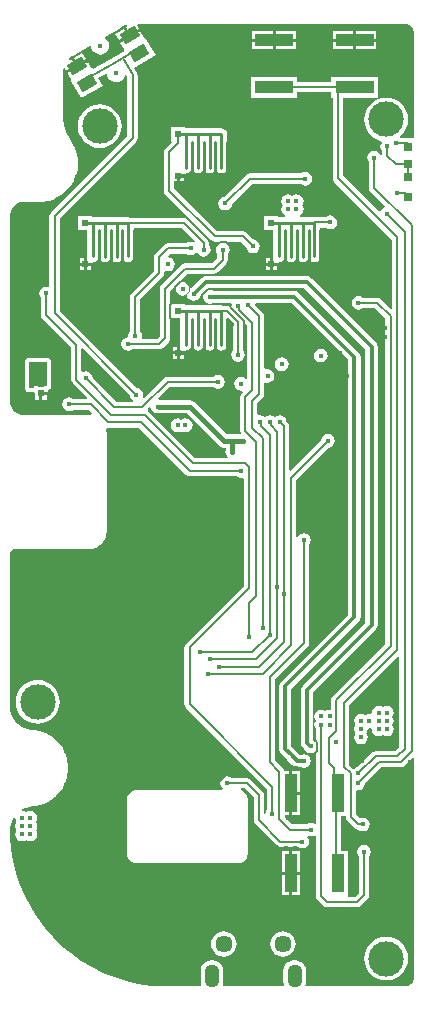
<source format=gbl>
%FSTAX23Y23*%
%MOIN*%
%SFA1B1*%

%IPPOS*%
%AMD24*
4,1,4,-0.014800,-0.031300,0.034500,-0.002800,0.014800,0.031300,-0.034500,0.002800,-0.014800,-0.031300,0.0*
%
%AMD107*
4,1,8,-0.023600,0.017600,-0.023600,-0.017600,-0.003800,-0.037400,0.003800,-0.037400,0.023600,-0.017600,0.023600,0.017600,0.003800,0.037400,-0.003800,0.037400,-0.023600,0.017600,0.0*
1,1,0.039600,-0.003800,0.017600*
1,1,0.039600,-0.003800,-0.017600*
1,1,0.039600,0.003800,-0.017600*
1,1,0.039600,0.003800,0.017600*
%
%ADD10C,0.009800*%
%ADD11C,0.003900*%
%ADD12C,0.007900*%
%ADD14C,0.005900*%
G04~CAMADD=24~9~0.0~0.0~571.0~394.0~0.0~0.0~0~0.0~0.0~0.0~0.0~0~0.0~0.0~0.0~0.0~0~0.0~0.0~0.0~210.0~690.0~625.0*
%ADD24D24*%
%ADD34R,0.021300X0.022800*%
%ADD87C,0.017700*%
%ADD90C,0.015700*%
%ADD91C,0.005100*%
%ADD93C,0.006700*%
%ADD94C,0.011800*%
%ADD106C,0.057100*%
G04~CAMADD=107~8~0.0~0.0~748.0~472.0~198.0~0.0~15~0.0~0.0~0.0~0.0~0~0.0~0.0~0.0~0.0~0~0.0~0.0~0.0~90.0~472.0~748.0*
%ADD107D107*%
%ADD108C,0.118100*%
%ADD109C,0.015700*%
%ADD110R,0.019700X0.019700*%
%ADD111R,0.039400X0.126000*%
%ADD112R,0.126000X0.039400*%
%ADD113R,0.031500X0.031500*%
%LNleft_board-1*%
%LPD*%
G36*
X03487Y04524D02*
X0349Y04524D01*
X03495Y04522*
X035Y0452*
X03504Y04517*
X03508Y04513*
X03511Y04509*
X03513Y04504*
X03514Y04499*
X03515Y04496*
Y04143*
X0347*
X03469Y04144*
X03469Y04149*
X03474Y04153*
X03483Y04164*
X0349Y04177*
X03494Y04191*
X03496Y04205*
X03494Y04219*
X0349Y04233*
X03483Y04246*
X03474Y04257*
X03463Y04266*
X0345Y04273*
X03437Y04277*
X03422Y04278*
X03408Y04277*
X03394Y04273*
X03382Y04266*
X03371Y04257*
X03362Y04246*
X03355Y04233*
X03351Y04219*
X03349Y04205*
X03351Y04191*
X03355Y04177*
X03362Y04164*
X03371Y04153*
X03382Y04144*
X03394Y04137*
X03406Y04134*
X03408Y04129*
X03408Y04128*
X03404Y04124*
X03403Y04115*
X03404Y04106*
X03408Y041*
Y04086*
X03403Y04086*
X03403Y04087*
X03398Y04094*
X03391Y04099*
X03382Y04101*
X03373Y04099*
X03366Y04094*
X03361Y04087*
X03359Y04078*
X03361Y04069*
X03364Y04063*
Y03978*
X03366Y03971*
X03369Y03965*
X03417Y03918*
X03416Y03913*
X03415Y03913*
X03407Y03908*
X03403Y039*
X03402Y039*
X03397Y03899*
X03278Y04017*
Y04278*
X03394*
Y04345*
X0324*
Y04329*
X03126*
Y04345*
X02973*
Y04278*
X03126*
Y04295*
X0324*
Y04278*
X03244*
Y0401*
X03246Y04004*
X03249Y03998*
X03443Y03804*
Y03575*
X03439Y03573*
X03405Y03606*
X034Y0361*
X03393Y03611*
X03345*
X03339Y03615*
X0333Y03617*
X03321Y03615*
X03314Y0361*
X03309Y03603*
X03307Y03594*
X03309Y03585*
X03314Y03578*
X03321Y03573*
X0333Y03571*
X03339Y03573*
X03345Y03577*
X03386*
X03419Y03544*
Y02457*
X03243Y02281*
X0324Y02276*
X03238Y02269*
Y02241*
X03235Y02238*
X03234Y02238*
X03225Y02236*
X0322Y02233*
X03215Y02236*
X03206Y02238*
X03197Y02236*
X0319Y02231*
X03185Y02224*
X03183Y02215*
X03185Y02206*
X03188Y02201*
X03185Y02196*
X03183Y02188*
X03185Y02179*
X03189Y02173*
Y02138*
X03184Y02135*
X03181Y02137*
X03178Y02138*
Y02295*
X03388Y02505*
X03392Y02512*
X03394Y02519*
Y03447*
X03392Y03455*
X03388Y03462*
X03171Y03678*
X03165Y03682*
X03157Y03684*
X02822*
X02815Y03682*
X02808Y03678*
X02775Y03645*
X02773Y03644*
X02771Y03644*
X02766Y03646*
X02765Y0365*
X0276Y03658*
X02753Y03663*
X02744Y03664*
X02738Y03663*
X02736Y03668*
X02759Y03691*
X0285*
X02856Y03692*
X02862Y03696*
X0289Y03724*
X02893Y03729*
X02895Y03736*
Y03756*
X02899Y03762*
X02901Y03771*
X02899Y0378*
X02894Y03788*
X02886Y03793*
X02885Y03793*
X02886Y03798*
X02939*
X02956Y03781*
X02958Y03773*
X02963Y03766*
X0297Y03761*
X02979Y03759*
X02988Y03761*
X02995Y03766*
X03Y03773*
X03002Y03782*
X03Y03791*
X02995Y03798*
X02988Y03803*
X0298Y03805*
X02958Y03827*
X02953Y03831*
X02946Y03832*
X02858*
X02715Y03974*
Y03999*
X02725*
Y04018*
X0273*
Y04023*
X02752*
X02754Y04025*
X02755Y04025*
X02762Y04026*
X02769Y0403*
X02772Y04035*
X02774Y04036*
X02776*
X02777Y04035*
X02781Y0403*
X02787Y04026*
X02794Y04025*
X02802Y04026*
X02808Y0403*
X02811Y04035*
X02813Y04036*
X02815*
X02817Y04035*
X0282Y0403*
X02827Y04026*
X02834Y04025*
X02841Y04026*
X02847Y0403*
X02851Y04035*
X02852Y04036*
X02854*
X02856Y04035*
X0286Y0403*
X02866Y04026*
X02873Y04025*
X0288Y04026*
X02887Y0403*
X02891Y04037*
X02892Y04044*
Y04156*
X02891Y04163*
X02887Y0417*
X0288Y04174*
X02873Y04175*
X02752*
Y0418*
X02705*
Y04133*
X02707Y04128*
X02686Y04107*
X02683Y04102*
X02681Y04095*
Y03967*
X02683Y03961*
X02686Y03955*
X02839Y03803*
X02844Y03799*
X02851Y03798*
X02869*
X0287Y03793*
X02869Y03793*
X02861Y03788*
X02856Y0378*
X02854Y03771*
X02856Y03762*
X0286Y03756*
Y03743*
X02843Y03725*
X02752*
X02746Y03724*
X0274Y0372*
X02673Y03653*
X02669Y03647*
X02668Y03641*
Y03483*
X02658Y03473*
X02612*
X02608Y03478*
X02609Y03484*
X02607Y03493*
X02603Y03499*
Y03606*
X02678Y03681*
X02682Y03687*
X02683Y03693*
Y03697*
X02688Y03701*
X02695Y03699*
X02704Y03701*
X02711Y03706*
X02716Y03713*
X02718Y03722*
X02716Y03731*
X02711Y03739*
X02704Y03744*
X02696Y03745*
X02694Y0375*
X02702Y03758*
X02756*
X02762Y03754*
X02771Y03752*
X0278Y03754*
X02788Y03759*
X02788Y0376*
X02794Y0376*
X02798Y03754*
X02805Y03749*
X02814Y03748*
X02823Y03749*
X0283Y03754*
X02835Y03762*
X02837Y03771*
X02835Y0378*
X02831Y03786*
Y03794*
X0283Y03801*
X02826Y03807*
X0276Y03873*
X02754Y03877*
X02748Y03878*
X02571*
X0257Y03878*
X02563Y0388*
X02442*
Y03884*
X02395*
Y03837*
X02426*
Y03749*
X02426Y03747*
X02425Y03746*
Y03728*
X02442*
X02444Y0373*
X02445Y0373*
X02452Y03731*
X02459Y03735*
X02462Y0374*
X02464Y03741*
X02466*
X02467Y0374*
X02471Y03735*
X02477Y03731*
X02484Y03729*
X02492Y03731*
X02498Y03735*
X02501Y0374*
X02503Y0374*
X02505*
X02507Y0374*
X0251Y03735*
X02516Y03731*
X02524Y03729*
X02531Y03731*
X02537Y03735*
X02541Y0374*
X02542Y03741*
X02544*
X02546Y0374*
X0255Y03735*
X02556Y03731*
X02563Y0373*
X0257Y03731*
X02577Y03735*
X02581Y03741*
X02582Y03749*
Y03844*
X02741*
X02786Y03799*
X02782Y03795*
X0278Y03796*
X02771Y03798*
X02762Y03796*
X02756Y03792*
X02695*
X02688Y03791*
X02683Y03787*
X02654Y03758*
X0265Y03753*
X02649Y03746*
Y037*
X02574Y03625*
X0257Y0362*
X02569Y03613*
Y03499*
X02565Y03493*
X02563Y03484*
X02564Y03481*
X02563Y03479*
X02554Y03478*
X02546Y03473*
X02541Y03465*
X02539Y03456*
X02541Y03447*
X02546Y0344*
X02554Y03435*
X02563Y03433*
X02571Y03435*
X02578Y03439*
X02665*
X02671Y0344*
X02677Y03444*
X02697Y03464*
X02701Y0347*
X02702Y03476*
Y03538*
X02705Y03542*
X02707*
X02736*
Y03453*
X02736Y03452*
X02735Y0345*
Y03433*
X02752*
X02754Y03435*
X02755Y03434*
X02762Y03436*
X02769Y0344*
X02772Y03445*
X02774Y03445*
X02776Y03445*
X02777Y03445*
X02781Y0344*
X02787Y03436*
X02794Y03434*
X02802Y03436*
X02808Y0344*
X02811Y03445*
X02813Y03445*
X02815*
X02817Y03445*
X0282Y0344*
X02827Y03436*
X02834Y03434*
X02841Y03436*
X02847Y0344*
X02851Y03445*
X02852Y03445*
X02854Y03445*
X02856Y03445*
X0286Y0344*
X02866Y03436*
X02873Y03434*
X0288Y03436*
X02887Y0344*
X02891Y03446*
X02892Y03453*
Y03535*
X02897Y03537*
X02912Y03522*
Y03436*
X02907Y0343*
X02906Y03421*
X02907Y03412*
X02912Y03404*
X0292Y03399*
X02929Y03398*
X02938Y03399*
X02945Y03404*
X0295Y03412*
X02952Y03421*
X0295Y0343*
X02946Y03436*
Y03526*
X02951Y03528*
X02959Y0352*
Y03343*
X02954Y03341*
X02948Y03345*
X0294Y03346*
X02931Y03345*
X02923Y0334*
X02918Y03332*
X02916Y03323*
X02918Y03315*
X02923Y03307*
X02931Y03302*
X0294Y033*
X02943Y03301*
X02945Y03296*
X0294Y03291*
X02937Y03286*
X02935Y03279*
Y03167*
X02937Y0316*
Y0316*
X02934Y03155*
X02891*
X02783Y03263*
X02776Y03268*
X02767Y0327*
X02698*
X02692Y03271*
X02687Y0327*
X02666*
X02665Y0327*
X02663Y03275*
X02701Y03313*
X02847*
X02853Y03309*
X02862Y03307*
X02871Y03309*
X02878Y03314*
X02883Y03321*
X02885Y0333*
X02883Y03339*
X02878Y03347*
X02871Y03352*
X02862Y03353*
X02853Y03352*
X02847Y03347*
X02694*
X02688Y03346*
X02682Y03342*
X02615Y03275*
X02611Y03278*
X02611Y03279*
X02613Y03288*
X02611Y03297*
X02606Y03304*
X02599Y03309*
X02591Y03311*
X02335Y03568*
Y03875*
X02589Y0413*
X02593Y04135*
X02594Y04142*
Y04352*
X02594Y04353*
X02594Y04354*
X02593Y04356*
X02593Y04358*
X02592Y04359*
X02592Y0436*
X02582Y04377*
X02654Y04419*
X0262Y04477*
X02619Y04476*
X02615Y04478*
X02603Y045*
X02569Y0448*
X02536Y04461*
X02548Y04441*
Y04439*
X02547Y04434*
X02546Y04431*
X02497Y04403*
X02446Y04373*
X02445Y04375*
X02444Y04375*
X02439Y04377*
X02427Y04398*
X02394Y04379*
X0236Y0436*
X02372Y04339*
Y04333*
X02371Y04333*
X02405Y04275*
X02478Y04317*
X02463Y04343*
X02488Y04358*
X02493Y04355*
X02493Y04351*
X02496Y04344*
X02501Y04338*
X02507Y04333*
X02515Y0433*
X02522Y04329*
X0253Y0433*
X02537Y04333*
X02543Y04338*
X02548Y04344*
X02551Y04351*
X02551Y04352*
X02556Y04353*
X0256Y04347*
Y04149*
X02305Y03894*
X02302Y03889*
X023Y03882*
Y0365*
X02295Y03646*
X02289Y03648*
X0228Y03646*
X02273Y03641*
X02268Y03633*
X02266Y03625*
X02268Y03616*
X02272Y03609*
Y03553*
X02273Y03546*
X02277Y03541*
X02372Y03445*
Y03338*
X02374Y03332*
X02377Y03326*
X02425Y03278*
X02423Y03274*
X02379*
X02375Y03277*
X02366Y03279*
X02357Y03277*
X02349Y03272*
X02344Y03264*
X02343Y03255*
X02344Y03247*
X02349Y03239*
X02357Y03234*
X02366Y03232*
X02375Y03234*
X02379Y03237*
X02429*
X02441Y03225*
X02439Y03221*
X02437Y03221*
X02437*
X02436Y03221*
X02431Y03221*
X02431*
X0243*
X0221*
X02206*
X02198Y03223*
X02191Y03226*
X02184Y0323*
X02179Y03236*
X02174Y03242*
X02171Y0325*
X0217Y03257*
X0217Y03261*
Y03261*
Y03261*
X02169Y03884*
Y03889*
X02171Y03898*
X02174Y03906*
X02179Y03914*
X02186Y0392*
X02193Y03925*
X02202Y03929*
X02211Y03931*
X02215*
X02264Y03931*
X02264*
X02264*
X02274Y03931*
X02275Y03931*
X02276*
X02296Y03934*
X02297Y03934*
X02298Y03934*
X02318Y03941*
X02318Y03941*
X02319Y03942*
X02337Y03952*
X02338Y03952*
X02339Y03953*
X02355Y03966*
X02356Y03966*
X02356Y03967*
X0237Y03982*
X0237Y03983*
X02371Y03984*
X02382Y04001*
X02382Y04002*
X02383Y04003*
X0239Y04022*
X0239Y04023*
X02391Y04024*
X02395Y04044*
Y04045*
X02395Y04046*
X02395Y04067*
X02395Y04068*
Y04069*
X02392Y04089*
X02392Y0409*
X02391Y04091*
X02385Y0411*
X02384Y04111*
X02384Y04112*
X0238Y04121*
X02379Y04121*
X02379Y04121*
X02364Y04148*
X02364Y04149*
X02364Y04149*
X02359Y04156*
X02352Y04172*
X02347Y04189*
X02345Y04207*
X02345Y04215*
Y04216*
X02344Y04358*
Y04358*
Y04358*
X02344Y04362*
X02345Y04371*
X02346Y04374*
X02351Y04375*
X02355Y04368*
X02384Y04385*
X02372Y04406*
X02367Y04403*
X02364Y04407*
X02366Y0441*
X02373Y04416*
X02377Y04418*
X02434Y04451*
X02435Y04451*
X0244Y04449*
X0244Y04443*
X02443Y04436*
X02448Y0443*
X02454Y04425*
X02461Y04422*
X02469Y04421*
X02477Y04422*
X02484Y04425*
X0249Y0443*
X02495Y04436*
X02498Y04443*
X02499Y04451*
X02498Y04459*
X02495Y04466*
X0249Y04472*
X02486Y04475*
X02485Y04478*
X02486Y04481*
X02537Y04511*
X02537Y04511*
X02537Y04511*
X02543Y04515*
X02556Y0452*
X02558Y04519*
X02559Y04514*
X02556Y04513*
X02569Y04491*
X02598Y04508*
X02591Y04519*
X02591Y0452*
X02592Y04521*
X02594Y04524*
X02687*
X03487*
G37*
G36*
X02722Y03647D02*
X02721Y03641D01*
X02722Y03632*
X02727Y03625*
X02735Y0362*
X02744Y03618*
X02753Y0362*
X02754Y03621*
X02759Y03618*
X0276Y03614*
X02765Y03607*
X02773Y03602*
X02782Y036*
X0279Y03602*
X02798Y03607*
X02803Y03614*
X02803Y03616*
X02809Y03622*
X02813Y03619*
X02812Y03613*
X02814Y03604*
X02819Y03597*
X02826Y03592*
X02835Y0359*
X02844Y03592*
X02846Y03593*
X02904*
X02908Y03588*
X02907Y03582*
X02907Y03582*
X02902Y03579*
X02898Y03582*
X02891Y03583*
X02879*
X02873Y03585*
X02752*
Y03589*
X02707*
X02705*
X02702Y03593*
Y03634*
X02717Y03649*
X02722Y03647*
G37*
G36*
X02567Y03287D02*
X02569Y03279D01*
X02574Y03272*
X02578Y03269*
X02577Y03264*
X02523*
X02444Y03343*
X02442Y03351*
X02437Y03358*
X0243Y03363*
X02421Y03365*
X02412Y03363*
X02411Y03363*
X02406Y03365*
Y03441*
X02411Y03443*
X02567Y03287*
G37*
G36*
X02639Y03244D02*
X0264Y03239D01*
X02645Y03231*
X02652Y03226*
X02661Y03225*
X02666Y03226*
X02687*
X02692Y03225*
X02698Y03226*
X02758*
X02866Y03118*
X02873Y03113*
X02881Y03111*
X02887*
Y03103*
X02886Y03098*
X02888Y03089*
X02893Y03082*
X02894Y03081*
X02893Y03076*
X02786*
X02629Y03233*
X02627Y03234*
X02627Y03239*
X02633Y03245*
X02639Y03244*
G37*
G36*
X02496Y03178D02*
X02599D01*
X02756Y0302*
X02762Y03016*
X02769Y03015*
X02924*
X02929Y03012*
X02938Y0301*
X02942Y03011*
X02947Y03007*
Y02649*
X02755Y02457*
X02752Y02451*
X0275Y02445*
Y02255*
X02752Y02249*
X02755Y02243*
X03026Y01973*
Y01905*
X03022Y01898*
X0302Y0189*
X03015Y01891*
Y01954*
X03014Y0196*
X0301Y01966*
X02972Y02004*
X02967Y02007*
X0296Y02009*
X02908*
X02902Y02013*
X02893Y02015*
X02884Y02013*
X02877Y02008*
X02872Y02001*
X0287Y01992*
X02872Y01983*
X02877Y01976*
X02875Y01971*
X02593*
X02589*
X02587Y0197*
X02584Y0197*
X02576Y01967*
X02574Y01965*
X02572Y01964*
X02566Y01958*
X02563Y01953*
X0256Y01946*
X0256Y01944*
X02559Y01941*
Y01937*
Y0176*
Y01756*
X0256Y01751*
X02563Y01743*
X02566Y01739*
X02572Y01733*
X02576Y0173*
X02584Y01727*
X02589Y01726*
X02593*
X02927*
X02931*
X02937Y01727*
X02944Y0173*
X02948Y01733*
X02954Y01739*
X02957Y01743*
X0296Y01751*
X02961Y01756*
Y0176*
Y01937*
Y01941*
X0296Y01946*
X02957Y01953*
X02956Y01956*
X02954Y01958*
X02948Y01964*
X02946Y01965*
X02944Y01967*
X02937Y0197*
X02937Y01975*
X02953*
X02981Y01947*
Y0187*
X02982Y01864*
X02986Y01858*
X03058Y01786*
X03064Y01782*
X0307Y01781*
X03128*
X03134Y01777*
X03143Y01775*
X03152Y01777*
X0316Y01782*
X03165Y01789*
X03166Y01798*
X03165Y01807*
X0316Y01813*
X03164Y01817*
X03164*
X03173Y01815*
X03182Y01817*
X03184Y01819*
X03189Y01816*
Y01616*
X0319Y01609*
X03194Y01603*
X03213Y01584*
X03219Y0158*
X03226Y01579*
X03324*
X03331Y0158*
X03336Y01584*
X0336Y01608*
X03364Y01614*
X03365Y0162*
Y01749*
X03369Y01754*
X03371Y01763*
X03369Y01772*
X03364Y0178*
X03357Y01785*
X03348Y01786*
X03339Y01785*
X03332Y0178*
X03327Y01772*
X03325Y01763*
X03327Y01754*
X03331Y01749*
Y01627*
X03317Y01614*
X033*
X03295Y01615*
Y01768*
X03273*
Y01883*
X03288*
Y0188*
X03289Y01873*
X03293Y01867*
X03317Y01843*
X03323Y01839*
X0333Y01838*
X0333*
X03336Y01834*
X03345Y01832*
X03354Y01834*
X03361Y01839*
X03366Y01846*
X03368Y01855*
X03366Y01864*
X03361Y01871*
X03354Y01876*
X03345Y01878*
X03336Y01876*
X03334Y01875*
X03322Y01887*
Y01967*
X03326Y0197*
X03328Y0197*
X03337Y01971*
X03345Y01976*
X0335Y01984*
X03351Y01991*
X03405Y02045*
X03471*
X03477Y02046*
X03483Y0205*
X0351Y02077*
X03515Y02075*
Y01343*
X03514Y01341*
X03513Y01336*
X03511Y01331*
X03508Y01326*
X03504Y01322*
X03499Y01319*
X03495Y01317*
X03489Y01316*
X03487Y01316*
X03156Y01316*
X03152Y01321*
X03154Y01324*
X03155Y01333*
Y01368*
X03154Y01377*
X0315Y01385*
X03145Y01392*
X03138Y01398*
X0313Y01401*
X03121Y01402*
X03113*
X03105Y01401*
X03096Y01398*
X03089Y01392*
X03084Y01385*
X03081Y01377*
X03079Y01368*
Y01333*
X03081Y01324*
X03082Y01321*
X03079Y01316*
X0288*
X02877Y01321*
X02878Y01324*
X02879Y01333*
Y01368*
X02878Y01377*
X02875Y01385*
X02869Y01392*
X02862Y01398*
X02854Y01401*
X02845Y01402*
X02838*
X02829Y01401*
X02821Y01398*
X02814Y01392*
X02808Y01385*
X02805Y01377*
X02804Y01368*
Y01333*
X02805Y01324*
X02807Y01321*
X02803Y01316*
X02699*
X02699*
X02699*
X02679Y01316*
X02637Y01318*
X02596Y01324*
X02556Y01333*
X02517Y01346*
X02478Y01361*
X02441Y01379*
X02406Y01401*
X02372Y01425*
X0234Y01451*
X02311Y0148*
X02284Y01511*
X02259Y01545*
X02237Y0158*
X02218Y01616*
X02202Y01654*
X02189Y01694*
X02179Y01734*
X02173Y01774*
X02169Y01816*
X02169Y01836*
Y01836*
X02169Y01844*
X02172Y01858*
X02177Y01872*
X0218Y01878*
X02181*
X02185Y01876*
X02187Y01869*
X0219Y01864*
X02187Y01859*
X02185Y0185*
X02187Y01841*
X0219Y01836*
X02187Y01831*
X02185Y01822*
X02187Y01814*
X02192Y01806*
X02199Y01801*
X02208Y01799*
X02217Y01801*
X02222Y01804*
X02227Y01801*
X02236Y01799*
X02245Y01801*
X02252Y01806*
X02257Y01814*
X02259Y01822*
X02257Y01831*
X02254Y01836*
X02257Y01841*
X02259Y0185*
X02257Y01859*
X02254Y01864*
X02257Y01869*
X02259Y01878*
X02257Y01886*
X02252Y01894*
X02245Y01899*
X02236Y01901*
X02227Y01899*
X02222Y01896*
X02217Y01899*
X0221Y019*
X02209Y01905*
X0222Y01911*
X02234Y01914*
X02241Y01915*
X02242Y01915*
X02242Y01915*
X02251Y01916*
X02251Y01916*
X02252*
X02269Y0192*
X0227Y0192*
X02271Y0192*
X02288Y01926*
X02288Y01927*
X02289Y01927*
X02305Y01936*
X02305Y01936*
X02306Y01937*
X0232Y01948*
X0232Y01948*
X02321Y01949*
X02333Y01962*
X02334Y01962*
X02334Y01963*
X02345Y01978*
X02345Y01978*
X02345Y01979*
X02353Y01995*
X02353Y01996*
X02354Y01996*
X02359Y02013*
X02359Y02014*
X02359Y02015*
X02362Y02033*
X02362Y02033*
X02362Y02034*
X02362Y02052*
X02362Y02053*
Y02054*
X02359Y02071*
X02359Y02072*
X02359Y02073*
X02354Y0209*
X02353Y02091*
X02353Y02091*
X02345Y02107*
X02345Y02108*
X02344Y02109*
X02334Y02123*
X02334Y02124*
X02333Y02125*
X02321Y02138*
X0232Y02138*
X0232Y02139*
X02306Y0215*
X02305Y0215*
X02304Y0215*
X02289Y02159*
X02288Y02159*
X02287Y0216*
X0227Y02166*
X0227Y02166*
X02269Y02166*
X02251Y0217*
X02251*
X0225Y0217*
X02241Y02171*
X02241*
X02241Y02171*
X02234Y02171*
X0222Y02175*
X02207Y0218*
X02196Y02189*
X02186Y02199*
X02178Y02211*
X02173Y02224*
X0217Y02237*
Y02245*
X02169Y02759*
Y02762*
X02171Y02766*
X02175Y0277*
X0218Y02772*
X02182Y02772*
X02182*
X0243*
X02431Y02772*
X02431*
X02436Y02772*
X02437Y02772*
X02437*
X02447Y02774*
X02448Y02774*
X02449Y02775*
X02458Y02778*
X02459Y02779*
X0246Y02779*
X02468Y02785*
X02469Y02785*
X02469Y02786*
X02476Y02793*
X02477Y02794*
X02478Y02795*
X02483Y02803*
X02483Y02804*
X02484Y02804*
X02488Y02813*
X02488Y02814*
X02488Y02815*
X0249Y02825*
Y02826*
X0249Y02826*
X02491Y02831*
Y02832*
Y02832*
Y03161*
Y03161*
Y03162*
X0249Y03167*
X0249Y03167*
Y03168*
X02489Y03174*
X02493Y03178*
X02496Y03178*
G37*
G36*
X03353Y03439D02*
Y02528D01*
X03144Y02318*
X03139Y02311*
X03138Y02304*
Y02128*
X03139Y0212*
X03144Y02114*
X0315Y02107*
Y02107*
X03155Y02099*
X03163Y02094*
X03172Y02093*
X03181Y02094*
X03184Y02096*
X03189Y02094*
Y0186*
X03184Y01858*
X03182Y01859*
X03173Y01861*
X03164Y01859*
X03158Y01855*
X03109*
X03084Y01881*
Y01886*
X031*
Y01959*
Y02032*
X03083*
X03082Y02038*
X03079Y02043*
X03052Y0207*
Y02339*
X03161Y02448*
X03165Y02454*
X03166Y0246*
Y02787*
X0317Y02794*
X03172Y02803*
X0317Y02812*
X03165Y02819*
X03158Y02824*
X03149Y02826*
X0314Y02824*
X03133Y02819*
X03128Y02812*
X03123Y02812*
Y03004*
X03229Y03111*
X03237Y03112*
X03244Y03117*
X03249Y03125*
X03251Y03133*
X03249Y03142*
X03244Y0315*
X03237Y03155*
X03228Y03156*
X03219Y03155*
X03212Y0315*
X03207Y03142*
X03205Y03135*
X03104Y03034*
X03099Y03035*
Y03182*
X03098Y03188*
X03094Y03194*
X0309Y03198*
X03089Y03205*
X03084Y03213*
X03076Y03218*
X03067Y03219*
X03059Y03218*
X03051Y03213*
X03044Y03218*
X03035Y03219*
X03026Y03218*
X03019Y03213*
X03011Y03218*
X03003Y03219*
X02998Y03219*
X02993Y03223*
Y0326*
X03011Y03278*
X03014Y03283*
X03016Y0329*
Y03325*
X03021Y03328*
X03027Y03327*
X03036Y03329*
X03043Y03334*
X03048Y03341*
X0305Y0335*
X03048Y03359*
X03043Y03366*
X03036Y03371*
X03027Y03373*
X03021Y03372*
X03016Y03375*
Y03549*
X03014Y03556*
X03011Y03561*
X02984Y03588*
X02984Y03589*
X02987Y03593*
X03108*
X03296Y03405*
Y02553*
X03072Y02329*
X03068Y02322*
X03066Y02315*
Y02106*
X03068Y02098*
X03072Y02092*
X03093Y02071*
X0311Y02053*
X03117Y02049*
X03124Y02048*
X03137*
X0314Y02045*
X03149Y02043*
X03158Y02045*
X03165Y0205*
X0317Y02058*
X03172Y02066*
X0317Y02075*
X03165Y02083*
X03158Y02088*
X03149Y0209*
X0314Y02088*
X0314Y02088*
X03133*
X03121Y02099*
X03106Y02114*
Y02306*
X03331Y02531*
X03335Y02537*
X03337Y02545*
Y03413*
X03335Y03421*
X03331Y03427*
X0313Y03627*
X03124Y03632*
X03116Y03633*
X02846*
X02844Y03635*
X02835Y03636*
X02829Y03635*
X02827Y0364*
X02831Y03644*
X03149*
X03353Y03439*
G37*
G36*
X03466Y02412D02*
Y02113D01*
X03453Y021*
X03387*
X03381Y02098*
X03375Y02095*
X03328Y02048*
X03321Y02046*
X03314Y02041*
X03313Y02041*
X033Y02054*
Y02252*
X03462Y02414*
X03466Y02412*
G37*
%LNleft_board-2*%
%LPC*%
G36*
X0339Y04499D02*
X03322D01*
Y04474*
X0339*
Y04499*
G37*
G36*
X03312D02*
X03244D01*
Y04474*
X03312*
Y04499*
G37*
G36*
X03122D02*
X03054D01*
Y04474*
X03122*
Y04499*
G37*
G36*
X03044D02*
X02976D01*
Y04474*
X03044*
Y04499*
G37*
G36*
X02548Y04508D02*
X02518Y04491D01*
X02531Y0447*
X0256Y04486*
X02548Y04508*
G37*
G36*
X0339Y04464D02*
X03322D01*
Y0444*
X0339*
Y04464*
G37*
G36*
X03312D02*
X03244D01*
Y0444*
X03312*
Y04464*
G37*
G36*
X03122D02*
X03054D01*
Y0444*
X03122*
Y04464*
G37*
G36*
X03044D02*
X02976D01*
Y0444*
X03044*
Y04464*
G37*
G36*
X0241Y04428D02*
X02381Y04411D01*
X02393Y0439*
X02422Y04407*
X0241Y04428*
G37*
G36*
X02468Y04256D02*
X02453Y04254D01*
X0244Y0425*
X02427Y04243*
X02416Y04234*
X02407Y04223*
X024Y04211*
X02396Y04197*
X02395Y04183*
X02396Y04168*
X024Y04155*
X02407Y04142*
X02416Y04131*
X02427Y04122*
X0244Y04115*
X02453Y04111*
X02468Y04109*
X02482Y04111*
X02496Y04115*
X02508Y04122*
X02519Y04131*
X02529Y04142*
X02535Y04155*
X02539Y04168*
X02541Y04183*
X02539Y04197*
X02535Y04211*
X02529Y04223*
X02519Y04234*
X02508Y04243*
X02496Y0425*
X02482Y04254*
X02468Y04256*
G37*
G36*
X0275Y04013D02*
X02735D01*
Y03999*
X0275*
Y04013*
G37*
G36*
X03153Y04031D02*
X03144Y04029D01*
X03139Y04025*
X02969*
X02962Y04024*
X02956Y0402*
X02883Y03947*
X02878Y03946*
X0287Y03941*
X02865Y03934*
X02863Y03925*
X02865Y03916*
X0287Y03908*
X02878Y03903*
X02886Y03902*
X02895Y03903*
X02903Y03908*
X02908Y03916*
X02909Y03922*
X02977Y03989*
X03139*
X03144Y03986*
X03153Y03984*
X03162Y03986*
X03169Y03991*
X03174Y03999*
X03176Y04007*
X03174Y04016*
X03169Y04024*
X03162Y04029*
X03153Y04031*
G37*
G36*
X03123Y03956D02*
X03115Y03954D01*
X0311Y03951*
X03105Y03954*
X03096Y03956*
X03087Y03954*
X0308Y03949*
X03075Y03941*
X03073Y03933*
X03075Y03924*
X03078Y03919*
X03075Y03914*
X03073Y03905*
X03075Y03896*
X0308Y03889*
X03085Y03885*
X03084Y0388*
X03062*
Y03884*
X03015*
Y03837*
X03046*
Y03749*
X03046Y03747*
X03045Y03746*
Y03728*
X03062*
X03064Y0373*
X03065Y0373*
X03072Y03731*
X03079Y03735*
X03082Y0374*
X03084Y03741*
X03086*
X03087Y0374*
X03091Y03735*
X03097Y03731*
X03104Y03729*
X03112Y03731*
X03118Y03735*
X03121Y0374*
X03123Y0374*
X03125*
X03127Y0374*
X0313Y03735*
X03137Y03731*
X03144Y03729*
X03151Y03731*
X03157Y03735*
X03161Y0374*
X03162Y03741*
X03164*
X03166Y0374*
X0317Y03735*
X03176Y03731*
X03183Y0373*
X03191Y03731*
X03197Y03735*
X03201Y03741*
X03202Y03749*
Y03844*
X03221*
X03227Y0384*
X03236Y03839*
X03245Y0384*
X03252Y03845*
X03257Y03853*
X03259Y03862*
X03257Y03871*
X03252Y03878*
X03245Y03883*
X03236Y03885*
X03227Y03883*
X03221Y03879*
X03187*
X03183Y0388*
X03136*
X03134Y03885*
X0314Y03889*
X03145Y03896*
X03147Y03905*
X03145Y03914*
X03142Y03919*
X03145Y03924*
X03147Y03933*
X03145Y03941*
X0314Y03949*
X03132Y03954*
X03123Y03956*
G37*
G36*
X03035Y03743D02*
X03021D01*
Y03728*
X03035*
Y03743*
G37*
G36*
X02415D02*
X02401D01*
Y03728*
X02415*
Y03743*
G37*
G36*
X0306Y03718D02*
X03045D01*
Y03703*
X0306*
Y03718*
G37*
G36*
X03035D02*
X03021D01*
Y03703*
X03035*
Y03718*
G37*
G36*
X0244D02*
X02425D01*
Y03703*
X0244*
Y03718*
G37*
G36*
X02415D02*
X02401D01*
Y03703*
X02415*
Y03718*
G37*
G36*
X02725Y03448D02*
X02711D01*
Y03433*
X02725*
Y03448*
G37*
G36*
X0275Y03423D02*
X02735D01*
Y03408*
X0275*
Y03423*
G37*
G36*
X02725D02*
X02711D01*
Y03408*
X02725*
Y03423*
G37*
G36*
X02292Y03287D02*
X02276D01*
Y0327*
X02292*
Y03287*
G37*
G36*
X02291Y03411D02*
X02232D01*
X02226Y0341*
X02222Y03407*
X02219Y03403*
X02218Y03397*
Y03311*
X02219Y03305*
X02222Y03301*
X02226Y03298*
X02232Y03297*
X02247*
X02251Y03292*
Y0327*
X02266*
Y03292*
X02271*
Y03297*
X02292*
Y03297*
X02296*
Y03304*
X02296Y03304*
X02301Y03307*
X02304Y03311*
X02305Y03317*
Y03397*
X02304Y03403*
X02301Y03407*
X02296Y0341*
X02291Y03411*
G37*
G36*
X02753Y03209D02*
X02745Y03207D01*
X0274Y03204*
X02736Y03207*
X02727Y03209*
X02718Y03207*
X02711Y03202*
X02706Y03194*
X02704Y03186*
X02706Y03177*
X02711Y03169*
X02718Y03164*
X02727Y03162*
X02736Y03164*
X0274Y03167*
X02745Y03164*
X02753Y03162*
X02762Y03164*
X0277Y03169*
X02775Y03177*
X02777Y03186*
X02775Y03194*
X0277Y03202*
X02762Y03207*
X02753Y03209*
G37*
G36*
X02261Y02337D02*
X02247Y02335D01*
X02233Y02331*
X0222Y02324*
X02209Y02315*
X022Y02304*
X02193Y02291*
X02189Y02278*
X02188Y02263*
X02189Y02249*
X02193Y02235*
X022Y02223*
X02209Y02212*
X0222Y02202*
X02233Y02196*
X02247Y02192*
X02261Y0219*
X02275Y02192*
X02289Y02196*
X02302Y02202*
X02313Y02212*
X02322Y02223*
X02329Y02235*
X02333Y02249*
X02334Y02263*
X02333Y02278*
X02329Y02291*
X02322Y02304*
X02313Y02315*
X02302Y02324*
X02289Y02331*
X02275Y02335*
X02261Y02337*
G37*
G36*
X03134Y01765D02*
X0311D01*
Y01697*
X03134*
Y01765*
G37*
G36*
X031D02*
X03075D01*
Y01697*
X031*
Y01765*
G37*
G36*
X03134Y01687D02*
X0311D01*
Y01619*
X03134*
Y01687*
G37*
G36*
X031D02*
X03075D01*
Y01619*
X031*
Y01687*
G37*
G36*
X03078Y015D02*
X03067Y01498D01*
X03056Y01494*
X03048Y01487*
X03041Y01478*
X03037Y01468*
X03035Y01457*
X03037Y01446*
X03041Y01436*
X03048Y01427*
X03056Y0142*
X03067Y01416*
X03078Y01414*
X03089Y01416*
X03099Y0142*
X03108Y01427*
X03115Y01436*
X03119Y01446*
X03121Y01457*
X03119Y01468*
X03115Y01478*
X03108Y01487*
X03099Y01494*
X03089Y01498*
X03078Y015*
G37*
G36*
X02881D02*
X0287Y01498D01*
X0286Y01494*
X02851Y01487*
X02844Y01478*
X0284Y01468*
X02838Y01457*
X0284Y01446*
X02844Y01436*
X02851Y01427*
X0286Y0142*
X0287Y01416*
X02881Y01414*
X02892Y01416*
X02902Y0142*
X02911Y01427*
X02918Y01436*
X02922Y01446*
X02924Y01457*
X02922Y01468*
X02918Y01478*
X02911Y01487*
X02902Y01494*
X02892Y01498*
X02881Y015*
G37*
G36*
X03422Y01481D02*
X03408Y0148D01*
X03394Y01476*
X03382Y01469*
X03371Y0146*
X03362Y01449*
X03355Y01436*
X03351Y01422*
X03349Y01408*
X03351Y01394*
X03355Y0138*
X03362Y01367*
X03371Y01356*
X03382Y01347*
X03394Y0134*
X03408Y01336*
X03422Y01335*
X03437Y01336*
X0345Y0134*
X03463Y01347*
X03474Y01356*
X03483Y01367*
X0349Y0138*
X03494Y01394*
X03496Y01408*
X03494Y01422*
X0349Y01436*
X03483Y01449*
X03474Y0146*
X03463Y01469*
X0345Y01476*
X03437Y0148*
X03422Y01481*
G37*
G36*
X03204Y03441D02*
X03195Y03439D01*
X03188Y03434*
X03183Y03427*
X03181Y03418*
X03183Y03409*
X03188Y03402*
X03195Y03397*
X03204Y03395*
X03213Y03397*
X03221Y03402*
X03226Y03409*
X03227Y03418*
X03226Y03427*
X03221Y03434*
X03213Y03439*
X03204Y03441*
G37*
G36*
X03074Y03412D02*
X03066Y03411D01*
X03058Y03406*
X03053Y03398*
X03051Y03389*
X03053Y0338*
X03058Y03373*
X03066Y03368*
X03074Y03366*
X03083Y03368*
X03091Y03373*
X03096Y0338*
X03097Y03389*
X03096Y03398*
X03091Y03406*
X03083Y03411*
X03074Y03412*
G37*
G36*
X03134Y02032D02*
X0311D01*
Y01964*
X03134*
Y02032*
G37*
G36*
Y01954D02*
X0311D01*
Y01886*
X03134*
Y01954*
G37*
G36*
X03425Y02251D02*
X03416Y02249D01*
X03411Y02246*
X03406Y02249*
X03397Y02251*
X03388Y02249*
X03381Y02244*
X03376Y02237*
X03374Y02228*
X03374Y02227*
X0337Y02223*
X03366Y02223*
X03357Y02222*
X03352Y02218*
X03347Y02222*
X03338Y02223*
X03329Y02222*
X03322Y02217*
X03317Y02209*
X03315Y022*
X03317Y02192*
X0332Y02187*
X03317Y02182*
X03315Y02173*
X03317Y02164*
X0332Y02159*
X03317Y02154*
X03315Y02145*
X03317Y02136*
X03322Y02129*
X03329Y02124*
X03338Y02122*
X03347Y02124*
X03354Y02129*
X03359Y02136*
X03361Y02145*
X03359Y02154*
X03356Y02159*
X03359Y02164*
X03361Y02173*
X03361Y02174*
X03365Y02177*
X03366Y02177*
X0337Y02178*
X03374Y02174*
X03374Y02173*
X03376Y02164*
X03381Y02156*
X03388Y02151*
X03397Y0215*
X03406Y02151*
X03411Y02155*
X03416Y02151*
X03425Y0215*
X03434Y02151*
X03441Y02156*
X03446Y02164*
X03448Y02173*
X03446Y02182*
X03443Y02187*
X03446Y02192*
X03448Y022*
X03446Y02209*
X03443Y02214*
X03446Y02219*
X03448Y02228*
X03446Y02237*
X03441Y02244*
X03434Y02249*
X03425Y02251*
G37*
%LNleft_board-3*%
%LPD*%
G36*
X02291Y03317D02*
X02247D01*
Y03311*
X02232*
Y03397*
X02291*
Y03317*
G37*
G54D10*
X02907Y03519D02*
Y03526D01*
X02893Y0354D02*
X02907Y03526D01*
X02893Y04018D02*
Y04131D01*
X02873Y04044D02*
Y04156D01*
X0273Y04018D02*
X0274D01*
X02893*
X02853D02*
Y04131D01*
X02814Y04018D02*
Y04131D01*
X02775Y04018D02*
Y04131D01*
X02755Y04044D02*
Y04156D01*
X02794Y04044D02*
Y04156D01*
X02834Y04044D02*
Y04156D01*
X02893Y04015D02*
Y04018D01*
X02893Y04018D02*
X02893Y04018D01*
X02728Y04156D02*
X02755D01*
X02794*
X02834*
X02873*
Y03453D02*
Y03566D01*
X02834D02*
X02873D01*
X02834Y03453D02*
Y03566D01*
X02794Y03453D02*
Y03566D01*
X02755Y03453D02*
Y03566D01*
X02775Y03428D02*
Y0354D01*
X02814Y03428D02*
Y0354D01*
X02853Y03428D02*
Y0354D01*
X0274Y03428D02*
X02893D01*
X0273D02*
X0274D01*
X02893D02*
Y0354D01*
X02728Y03566D02*
X02755D01*
X02794*
X02834*
X02524Y03748D02*
Y03861D01*
X02484Y03748D02*
Y03861D01*
X02445Y03749D02*
Y03861D01*
X02465Y03723D02*
Y03835D01*
X02504Y03723D02*
Y03835D01*
X02543Y03723D02*
Y03835D01*
X0243Y03723D02*
X02583D01*
X0242D02*
X0243D01*
X02563Y03749D02*
Y03861D01*
X02583Y03723D02*
Y03835D01*
X02418Y03861D02*
X02445D01*
X02484*
X02524*
X02563*
X03144Y03748D02*
Y03861D01*
X03104Y03748D02*
Y03861D01*
X03065Y03749D02*
Y03861D01*
X03085Y03723D02*
Y03835D01*
X03124Y03723D02*
Y03835D01*
X03164Y03723D02*
Y03835D01*
X0304Y03723D02*
X0305D01*
X03183Y03749D02*
Y03861D01*
X03203Y03723D02*
Y03835D01*
X03085Y03723D02*
X03086Y03722D01*
X03093D02*
X03094Y0372D01*
X03086Y03722D02*
X03093D01*
X03039Y03861D02*
X03065D01*
X03104*
X03144*
X03183*
X0305Y03723D02*
X03085D01*
X03094*
X03124*
X03164*
X03203*
X03094Y03721D02*
Y03723D01*
X03093Y0372D02*
X03094Y03721D01*
G54D11*
X02756Y03624D02*
X02765Y03633D01*
Y03645*
X02774Y03655*
X02756Y03618D02*
Y03624D01*
G54D12*
X02702Y03586D02*
X02708Y03592D01*
X02702Y03542D02*
Y03586D01*
Y03542D02*
X02708Y03536D01*
X02886Y03925D02*
X02969Y04007D01*
X03153*
X02437Y03255D02*
X02496Y03196D01*
X02606D02*
X02769Y03033D01*
X02496Y03196D02*
X02606D01*
X02769Y03033D02*
X02938D01*
X02366Y03255D02*
X02437D01*
G54D14*
X02891Y03566D02*
X02929Y03529D01*
X02872Y03566D02*
X02891D01*
X02929Y03421D02*
Y03529D01*
X0293Y03582D02*
X02932Y0358D01*
Y03571D02*
X02976Y03527D01*
X02932Y03571D02*
Y0358D01*
X02976Y03303D02*
Y03527D01*
X02961Y03587D02*
X02999Y03549D01*
Y0329D02*
Y03549D01*
X03305Y0188D02*
Y02025D01*
X03283Y02047D02*
X03305Y02025D01*
Y0188D02*
X0333Y01855D01*
X02723Y03651D02*
X02739Y03667D01*
X02665Y03456D02*
X02685Y03476D01*
Y03641D02*
X02752Y03708D01*
X02685Y03476D02*
Y03641D01*
X02976Y03178D02*
X03011Y03142D01*
Y02511D02*
Y03142D01*
X02976Y03178D02*
Y03267D01*
X03004Y03184D02*
X03035Y03153D01*
X03004Y03184D02*
Y03196D01*
X03035Y02488D02*
Y03153D01*
X03037Y03185D02*
Y03194D01*
Y03185D02*
X03059Y03164D01*
Y02645D02*
Y03164D01*
X03035Y03196D02*
X03037Y03194D01*
X03003Y03196D02*
X03004Y03196D01*
X02952Y03167D02*
Y03279D01*
Y03167D02*
X02988Y03131D01*
Y02618D02*
Y03131D01*
X02952Y03279D02*
X02976Y03303D01*
Y03267D02*
X02999Y0329D01*
X02421Y03342D02*
X02516Y03247D01*
X02389Y03338D02*
X02506Y03221D01*
X02389Y03338D02*
Y03452D01*
X02506Y03221D02*
X02617D01*
X02516Y03247D02*
X0261D01*
X02694Y0333*
X0285Y03708D02*
X02878Y03736D01*
X02752Y03708D02*
X0285D01*
X02698Y04095D02*
X02728Y04125D01*
X02851Y03815D02*
X02946D01*
X02728Y04125D02*
Y04156D01*
X02698Y03967D02*
Y04095D01*
Y03967D02*
X02851Y03815D01*
X02946D02*
X02979Y03782D01*
X02814Y03771D02*
Y03794D01*
X02748Y03861D02*
X02814Y03794D01*
X02563Y03861D02*
X02748D01*
X02558D02*
X02563D01*
X02666Y03693D02*
Y03746D01*
X02586Y03613D02*
X02666Y03693D01*
X02586Y03484D02*
Y03613D01*
X02666Y03746D02*
X02695Y03775D01*
X02771*
X0346Y02437D02*
Y03812D01*
X03261Y0401D02*
Y04295D01*
Y0401D02*
X0346Y03812D01*
X03261Y04295D02*
X03278Y04312D01*
X03284*
X03102Y01838D02*
X03173D01*
X03066Y01874D02*
X03102Y01838D01*
X03255Y01698D02*
X03262Y01692D01*
X03255Y01953D02*
X03262Y01959D01*
X03255Y01698D02*
Y01953D01*
X03232Y02059D02*
Y02143D01*
X03248Y01974D02*
X03262Y01959D01*
X03248Y01974D02*
Y02043D01*
X03232Y02059D02*
X03248Y02043D01*
X0333Y03594D02*
X03393D01*
X03437Y03551*
Y0245D02*
Y03551D01*
X03283Y0226D02*
X0346Y02437D01*
X03283Y02047D02*
Y0226D01*
X03255Y02269D02*
X03437Y0245D01*
X03284Y04312D02*
X03288D01*
X03049D02*
X03284D01*
X03255Y02167D02*
Y02269D01*
X03232Y02143D02*
X03255Y02167D01*
X0333Y01855D02*
X03345D01*
X02577Y04142D02*
Y04352D01*
X02544Y0441D02*
X02577Y04352D01*
X02546Y04411D02*
X02581Y04432D01*
X02317Y03882D02*
X02577Y04142D01*
X02544Y0441D02*
X02546Y04411D01*
X02506Y04388D02*
X02544Y0441D01*
X02506Y04388D02*
D01*
X02423Y04327D02*
X02425Y04325D01*
X02423Y04327D02*
Y0434D01*
X02506Y04388*
X02427Y04323D02*
X02434Y04327D01*
X02444Y04333*
X02581Y04432D02*
X026Y04427D01*
X02599Y04423D02*
X026Y04427D01*
X02317Y03561D02*
Y03882D01*
Y03561D02*
X0259Y03288D01*
X02289Y03553D02*
X02389Y03452D01*
X02289Y03553D02*
Y03625D01*
X026Y04422D02*
X02615Y04418D01*
X0244Y04317D02*
X02444Y04333D01*
X02617Y03221D02*
X02779Y03059D01*
X02694Y0333D02*
X02862D01*
X02952Y03059D02*
X02964Y03047D01*
X02779Y03059D02*
X02952D01*
X02964Y02642D02*
Y03047D01*
X0296Y01992D02*
X02998Y01954D01*
Y0187D02*
X0307Y01798D01*
X02998Y0187D02*
Y01954D01*
X0307Y01798D02*
X03143D01*
X0283Y02358D02*
X03011D01*
X03106Y02452D02*
Y03011D01*
X03228Y03133*
X03011Y02358D02*
X03106Y02452D01*
X02803Y02429D02*
X02976D01*
X02767Y02255D02*
Y02445D01*
X02964Y02642*
X02767Y02255D02*
X03043Y0198D01*
X03082Y02464D02*
Y02622D01*
X03Y02381D02*
X03082Y02464D01*
X02866Y02381D02*
X03D01*
X02834Y02405D02*
X02988D01*
X03082Y02622D02*
Y03182D01*
X03059Y02476D02*
Y02645D01*
X02988Y02405D02*
X03059Y02476D01*
X02964Y02594D02*
X02988Y02618D01*
X02964Y0248D02*
Y02594D01*
X02976Y02429D02*
X03035Y02488D01*
X03067Y03196D02*
X03082Y03182D01*
X03035Y02063D02*
Y02346D01*
X03149Y0246D02*
Y02803D01*
X03035Y02346D02*
X03149Y0246D01*
X03043Y01889D02*
Y0198D01*
X02893Y01992D02*
X0296D01*
X03035Y02063D02*
X03066Y02031D01*
Y01874D02*
Y02031D01*
X02563Y03456D02*
X02665D01*
X02878Y03736D02*
Y03768D01*
X03288Y04312D02*
X03317D01*
X02479Y03861D02*
X02519D01*
X02414D02*
X0244D01*
X03043Y0386D02*
X03043Y03861D01*
G54D24*
X02567Y04485D03*
X026Y04427D03*
X02391Y04383D03*
X02425Y04325D03*
G54D34*
X02271Y03322D03*
Y03292D03*
G54D87*
X0303Y01413D03*
X02497Y03546D03*
X0333Y02025D03*
X03172Y02116D03*
X02782Y03623D03*
X02744Y03641D03*
X0303Y01501D03*
X02677Y04488D03*
X02815D03*
X02696Y02854D03*
Y02716D03*
Y02421D03*
X02501Y03316D03*
X02421Y03342D03*
X02793Y03405D03*
X0289D03*
X02758Y034D03*
X02852Y03995D03*
X02789D03*
X02979Y03782D03*
X0273Y03992D03*
X02608Y03688D03*
X02602Y03755D03*
X02695Y03722D03*
X0293Y03582D03*
X02961Y03587D03*
X02835Y03613D03*
X02727Y03186D03*
X02753D03*
X02244Y03818D03*
X02539Y03996D03*
X02677Y0435D03*
X02815D03*
X02677Y04212D03*
X02815D03*
X03287Y03779D03*
X03425D03*
X03287Y03641D03*
X03425D03*
X03019Y04189D03*
X03157D03*
X03019Y04051D03*
X03157D03*
X03326Y01476D03*
X03248Y02716D03*
Y02854D03*
Y02992D03*
X02559D03*
X02834Y02716D03*
X02421Y02559D03*
X02559D03*
Y02854D03*
Y02716D03*
X02421Y01866D03*
X02696Y02283D03*
X02421Y01728D03*
X02696Y02145D03*
X02834D03*
X02696Y02007D03*
X02834D03*
X02421Y02145D03*
X02559D03*
X02421Y02007D03*
X02559D03*
Y02283D03*
X02421D03*
X02559Y02421D03*
X02421D03*
X03232Y01429D03*
Y01393D03*
Y01354D03*
X03424Y03891D03*
X03382Y04078D03*
X03456Y04126D03*
X03457Y03959D03*
X03426Y04115D03*
X03098Y0372D03*
X03173Y01838D03*
X0333Y03594D03*
X03396Y0355D03*
X03417Y03511D03*
Y0348D03*
X03409Y03122D03*
Y03228D03*
X03291Y0335D03*
X03267Y03425D03*
X03311Y02049D03*
X03327Y0194D03*
X03328Y01993D03*
X03311Y02111D03*
Y02081D03*
X03255Y02129D03*
X03342Y01893D03*
X0334Y01964D03*
X02917Y04141D03*
X02886Y03925D03*
X03397Y01984D03*
Y01956D03*
X03098Y03692D03*
X02289Y03625D03*
X03362Y01803D03*
X0305Y01542D03*
X02661Y03248D03*
X02944Y03133D03*
X02909Y03098D03*
X02692Y03248D03*
X0259Y03288D03*
X02534Y03282D03*
X02938Y03033D03*
X03123Y03905D03*
X03096D03*
Y03933D03*
X03123D03*
X02743Y03608D03*
X02753Y03154D03*
X03027Y0335D03*
X03074Y03389D03*
X03153Y04007D03*
X03397Y02011D03*
X03143Y01798D03*
X0309Y01775D03*
X03118D03*
X02417Y03696D03*
X0248Y037D03*
X02543D03*
X02259Y02555D03*
X02342D03*
X02925Y01598D03*
X03345Y01855D03*
X03348Y01763D03*
X0283Y02358D03*
X03228Y03133D03*
X02803Y02429D03*
X02866Y02381D03*
X02834Y02405D03*
X03059Y02645D03*
X03011Y02511D03*
X03082Y02622D03*
X03035Y02488D03*
X03397Y01929D03*
X03173Y02035D03*
X03149Y02803D03*
X02964Y0248D03*
X03043Y01889D03*
X03149Y02066D03*
X02586Y03484D03*
X02563Y03456D03*
X02893Y01992D03*
X02771Y03775D03*
X02814Y03771D03*
X02362Y03322D03*
X02878Y03771D03*
X02299Y03275D03*
X02366Y03255D03*
X03094Y01878D03*
X02929Y03421D03*
X03003Y03196D03*
X03035D03*
X0294Y03323D03*
X03067Y03196D03*
X03135Y02102D03*
X03122Y02043D03*
X0309D03*
X03208Y037D03*
X03145D03*
X02602Y03815D03*
X02917Y04047D03*
X02437Y04401D03*
X02354Y04354D03*
X02527Y04456D03*
X02614Y04503D03*
X03007Y04429D03*
X03047D03*
X03086D03*
X03279D03*
X03315D03*
X0335D03*
X03126Y01878D03*
X03118Y0161D03*
X0309D03*
X03339Y02105D03*
X03236Y03862D03*
X02862Y0333D03*
X0235Y03393D03*
X02244Y03279D03*
X02492Y01397D03*
X02464D03*
X02519D03*
X02464Y01425D03*
X02437D03*
X02409D03*
X02519D03*
X02492D03*
X02519Y01507D03*
Y0148D03*
Y01452D03*
X02338Y01492D03*
Y01519D03*
X02311D03*
X02194Y01737D03*
X02227Y0176D03*
X02236Y01878D03*
X02208D03*
Y0185D03*
X02236D03*
Y01822D03*
X02208D03*
X03503Y02063D03*
X03444Y02118D03*
X03425Y02173D03*
X03397D03*
Y02228D03*
Y022D03*
X03338Y02173D03*
X03425Y022D03*
Y02228D03*
X03338Y022D03*
X03366D03*
X03338Y02145D03*
X03341Y02066D03*
X02811Y01417D03*
X02783Y01393D03*
X02755Y01417D03*
X02492Y0148D03*
Y01507D03*
Y01452D03*
X02366Y01464D03*
Y01492D03*
Y01519D03*
X02259Y01737D03*
X02374Y01858D03*
Y01889D03*
X02342Y01818D03*
X02378Y01657D03*
X02328Y01736D03*
X02297D03*
X02275Y03381D03*
X02248D03*
Y03354D03*
X02275D03*
X03204Y03418D03*
X03072Y0342D03*
X03267Y0337D03*
Y03397D03*
X02582Y03358D03*
X02625Y03609D03*
X03206Y02215D03*
Y02188D03*
X03234D03*
Y02215D03*
G54D90*
X02909Y03129D02*
X02913Y03133D01*
X02881Y03133D02*
X02944D01*
X02913Y03133D02*
X02944D01*
X02944Y03133*
X02909Y03098D02*
Y03129D01*
X02665Y03248D02*
X02692D01*
X02767*
X02881Y03133*
G54D91*
X02904Y03576D02*
X02948Y03533D01*
X02904Y03576D02*
Y0358D01*
X02948Y03513D02*
Y03532D01*
X02869Y03591D02*
X02889D01*
X02722Y0365D02*
X02723D01*
X02717Y03646D02*
X02722Y0365D01*
X02891Y03795D02*
X02892Y03794D01*
X02867Y03795D02*
X02891D01*
X02828Y03639D02*
X02835D01*
X02827Y03639D02*
X02828Y03639D01*
X02827Y03639D02*
Y03639D01*
X02809Y03621D02*
X02827Y03639D01*
X03191Y021D02*
Y02129D01*
X03185Y02094D02*
X03191Y021D01*
X03183Y02137D02*
X03191Y02129D01*
G54D93*
X0333Y02025D02*
X03387Y02082D01*
X03455Y04055D02*
X03494D01*
X03426Y04084D02*
X03455Y04055D01*
X03484Y02106D02*
Y03831D01*
X03424Y03891D02*
X03484Y03831D01*
X03382Y03978D02*
Y04078D01*
Y03978D02*
X03507Y03852D01*
Y03799D02*
Y03852D01*
X03426Y04084D02*
Y04115D01*
X03456Y04126D02*
X03494D01*
X03457Y03959D02*
X03489D01*
X03494Y04013D02*
Y04055D01*
X03507Y03799D02*
Y02099D01*
X0346Y02082D02*
X03484Y02106D01*
X03471Y02063D02*
X03507Y02099D01*
X03328Y01993D02*
X03398Y02063D01*
X03206Y01616D02*
X03226Y01596D01*
X03324*
X03206Y01616D02*
Y02188D01*
X03324Y01596D02*
X03348Y0162D01*
Y01763*
X03387Y02082D02*
X0346D01*
X03398Y02063D02*
X03471D01*
X03183Y03862D02*
X03236D01*
G54D94*
X0317Y02116D02*
X03172D01*
X03158Y02128D02*
Y02304D01*
Y02128D02*
X0317Y02116D01*
X02782Y03623D02*
X02822Y03664D01*
X03157*
X03116Y03613D02*
X03316Y03413D01*
X02835Y03613D02*
X03116D01*
X03374Y02519D02*
Y03447D01*
X03157Y03664D02*
X03374Y03447D01*
X03158Y02304D02*
X03374Y02519D01*
X03086Y02315D02*
X03316Y02545D01*
Y03413*
X03124Y02068D02*
X03148D01*
X03149Y02066*
X03107Y02085D02*
X03124Y02068D01*
X03107Y02085D02*
D01*
X03086Y02106D02*
X03107Y02085D01*
X03086Y02106D02*
Y02315D01*
G54D106*
X02881Y01457D03*
X03078D03*
G54D107*
X02842Y01351D03*
X03117D03*
G54D108*
X02468Y04183D03*
X03422Y04205D03*
Y01408D03*
X02261Y02263D03*
G54D109*
X02469Y04451D03*
X02522Y04359D03*
G54D110*
X0273Y04018D03*
X02728Y04156D03*
Y03566D03*
X0273Y03428D03*
X02418Y03861D03*
X0242Y03723D03*
X03039Y03861D03*
X0304Y03723D03*
G54D111*
X03262Y01959D03*
Y01692D03*
X03105D03*
Y01959D03*
G54D112*
X03317Y04312D03*
X03049D03*
X03317Y04469D03*
X03049D03*
G54D113*
X03495Y04012D03*
Y03947D03*
X03494Y04114D03*
Y04055D03*
M02*
</source>
